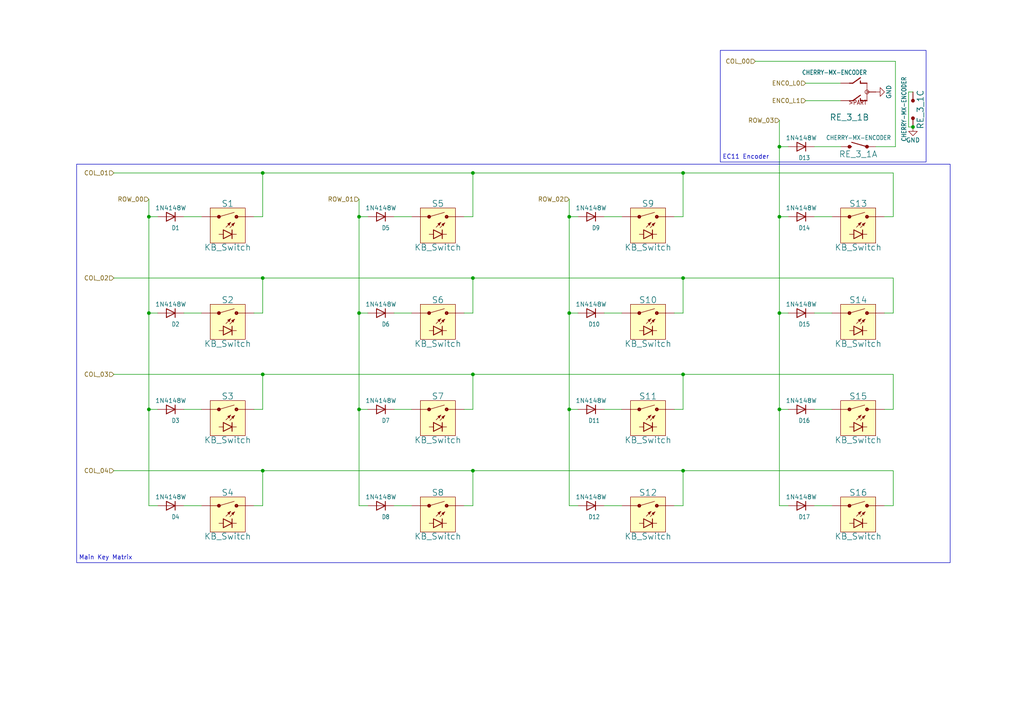
<source format=kicad_sch>
(kicad_sch (version 20231120) (generator "eeschema") (generator_version "8.0")
  (paper "A4")
  (title_block (title "Dumbpad Hotswap RP2040") (date "2024-02-13") (rev "4.0_RP2040") (comment 3 "Powered by QMK and RP2040") (comment 4 "Simple 4x4 macropads with single encoder") (comment 8 "Dumbpad, simple 4x4 macropads with single encoder"))
  (lib_symbols
    (symbol "Diode:1N4148W" (pin_numbers hide) (pin_names hide)
      (property "Reference" "D" (at 0 2.54 0))
      (property "Value" "1N4148W" (at 0 -2.54 0))
      (symbol "1N4148W_0_1"
        (polyline (pts (xy -1.27 1.27) (xy -1.27 -1.27)) (stroke (width 0.254)))
        (polyline (pts (xy 1.27 0) (xy -1.27 0)))
        (polyline (pts (xy 1.27 1.27) (xy 1.27 -1.27) (xy -1.27 0) (xy 1.27 1.27)) (stroke (width 0.254)))
      )
      (symbol "1N4148W_1_1"
        (pin passive line (at -3.81 0 0) (length 2.54) (name "K") (number "1"))
        (pin passive line (at 3.81 0 180) (length 2.54) (name "A") (number "2"))
      )
    )
    (symbol "dumbpad_symbols:CHERRY-MX-ENCODER"
      (property "Value" "CHERRY-MX-ENCODER" (at 6.35 0 90))
      (symbol "CHERRY-MX-ENCODER_1_0"
        (circle (center -2.54 0) (radius 0.127) (stroke (width 0.4064)))
        (polyline (pts (xy -2.54 0) (xy 1.905 1.27)) (stroke (width 0.254)))
        (polyline (pts (xy 1.905 0) (xy 2.54 0)) (stroke (width 0.254)))
        (circle (center 2.54 0) (radius 0.127) (stroke (width 0.4064)))
        (pin passive line (at -5.08 0 0) (length 2.54) (name "S1") (number "S1"))
        (pin passive line (at 5.08 0 180) (length 2.54) (name "S2") (number "S2"))
      )
      (symbol "CHERRY-MX-ENCODER_2_0"
        (polyline (pts (xy -2.54 0) (xy 2.54 0)) (stroke (width 0.1524)))
        (polyline (pts (xy -2.54 1.905) (xy -2.54 0)) (stroke (width 0.3048)))
        (polyline (pts (xy -2.54 4.1275) (xy -0.9525 1.905)) (stroke (width 0.3048)))
        (polyline (pts (xy -2.54 5.08) (xy -2.54 4.1275)) (stroke (width 0.3048)))
        (polyline (pts (xy -1.905 1.905) (xy -2.54 1.905)) (stroke (width 0.3048)))
        (polyline (pts (xy 2.54 1.905) (xy 2.54 0)) (stroke (width 0.3048)))
        (polyline (pts (xy 2.54 4.1275) (xy 4.1275 1.905)) (stroke (width 0.3048)))
        (polyline (pts (xy 2.54 5.08) (xy 2.54 4.1275)) (stroke (width 0.3048)))
        (polyline (pts (xy 3.175 1.905) (xy 2.54 1.905)) (stroke (width 0.3048)))
        (circle (center 0 0) (radius 0.5679))
        (text ">PART" (at -3.81 0 900) (effects (font (size 1.27 1.0795)) (justify left bottom)))
        (pin passive line (at -2.54 7.62 270) (length 2.54) (name "A") (number "A"))
        (pin passive line (at 2.54 7.62 270) (length 2.54) (name "B") (number "B"))
        (pin passive line (at 0 -2.54 90) (length 2.54) (name "C") (number "C"))
      )
      (symbol "CHERRY-MX-ENCODER_3_0"
        (circle (center -2.54 0) (radius 0.127) (stroke (width 0.4064)))
        (circle (center 2.54 0) (radius 0.127) (stroke (width 0.4064)))
        (pin passive line (at -5.08 0 0) (length 2.54) (name "MP") (number "MP"))
        (pin passive line (at 5.08 0 180) (length 2.54) (name "MP") (number "MP"))
      )
    )
    (symbol "dumbpad_symbols:KB_Switch-SPST-No_LED-PTH-CHERRY"
      (property "Reference" "S1" (at 0 5.334 0))
      (property "Value" "KB_Switch" (at 0 -5.334 0))
      (symbol "KB_Switch-SPST-No_LED-PTH-CHERRY_1_0"
        (circle (center -2.54 2.54) (radius 0.127) (stroke (width 0.4064)))
        (polyline (pts (xy -5.08 2.54) (xy -2.54 2.54)) (stroke (width 0.1524)))
        (polyline (pts (xy -2.54 -2.54) (xy -1.27 -2.54)) (stroke (width 0.1524)))
        (polyline (pts (xy -2.54 2.54) (xy 1.905 3.81)) (stroke (width 0.1524)))
        (polyline (pts (xy -1.27 -3.81) (xy -1.27 -2.54)) (stroke (width 0.254)))
        (polyline (pts (xy -1.27 -3.81) (xy 1.27 -2.54)) (stroke (width 0.254)))
        (polyline (pts (xy -1.27 -2.54) (xy -1.27 -1.27)) (stroke (width 0.254)))
        (polyline (pts (xy -0.508 -0.508) (xy 0.889 0.889)) (stroke (width 0.1524)))
        (polyline (pts (xy 0.635 -0.635) (xy 2.032 0.762)) (stroke (width 0.1524)))
        (polyline (pts (xy 1.27 -3.81) (xy 1.27 -2.54)) (stroke (width 0.254)))
        (polyline (pts (xy 1.27 -2.54) (xy -1.27 -1.27)) (stroke (width 0.254)))
        (polyline (pts (xy 1.27 -2.54) (xy 1.27 -1.27)) (stroke (width 0.254)))
        (polyline (pts (xy 1.27 -2.54) (xy 2.54 -2.54)) (stroke (width 0.1524)))
        (polyline (pts (xy 2.54 2.54) (xy 5.08 2.54)) (stroke (width 0.1524)))
        (polyline (pts (xy 0.889 0.889) (xy 0 0.508) (xy 0.508 0)) (fill (type outline)))
        (polyline (pts (xy 2.032 0.762) (xy 1.143 0.381) (xy 1.651 -0.127)) (fill (type outline)))
        (circle (center 2.54 2.54) (radius 0.127) (stroke (width 0.4064)))
        (pin passive line (at -7.62 2.54 0) (length 2.54) (name "1") (number "S1"))
        (pin passive line (at 7.62 2.54 180) (length 2.54) (name "2") (number "S2"))
      )
      (symbol "KB_Switch-SPST-No_LED-PTH-CHERRY_1_1"
        (rectangle (start -5.08 5.08) (end 5.08 -5.08) (fill (type background)))
      )
    )
    (symbol "power:GND" (power) (pin_names (offset 0))
      (property "Value" "GND" (at 0 -3.81 0))
      (symbol "GND_0_1"
        (polyline (pts (xy 0 0) (xy 0 -1.27) (xy 1.27 -1.27) (xy 0 -2.54) (xy -1.27 -1.27) (xy 0 -1.27)))
      )
      (symbol "GND_1_1"
        (pin power_in line (at 0 0 270) (length 0) hide (name "GND") (number "1"))
      )
    )
  )
  (junction (at 137.16 108.585))
  (junction (at 165.1 118.745))
  (junction (at 198.12 50.165))
  (junction (at 43.18 118.745))
  (junction (at 264.795 36.83))
  (junction (at 198.12 80.645))
  (junction (at 137.16 80.645))
  (junction (at 226.06 118.745))
  (junction (at 226.06 42.545))
  (junction (at 198.12 136.525))
  (junction (at 226.06 90.805))
  (junction (at 165.1 90.805))
  (junction (at 226.06 62.865))
  (junction (at 43.18 90.805))
  (junction (at 137.16 50.165))
  (junction (at 76.2 50.165))
  (junction (at 76.2 108.585))
  (junction (at 165.1 62.865))
  (junction (at 43.18 62.865))
  (junction (at 198.12 108.585))
  (junction (at 104.14 118.745))
  (junction (at 137.16 136.525))
  (junction (at 104.14 62.865))
  (junction (at 104.14 90.805))
  (junction (at 76.2 136.525))
  (junction (at 76.2 80.645))
  (wire (pts (xy 137.16 136.525) (xy 198.12 136.525)))
  (wire (pts (xy 137.16 90.805) (xy 137.16 80.645)))
  (wire (pts (xy 228.6 42.545) (xy 226.06 42.545)))
  (wire (pts (xy 259.715 17.78) (xy 219.075 17.78)))
  (wire (pts (xy 43.18 118.745) (xy 43.18 90.805)))
  (wire (pts (xy 104.14 118.745) (xy 104.14 90.805)))
  (wire (pts (xy 180.34 118.745) (xy 175.26 118.745)))
  (wire (pts (xy 53.34 62.865) (xy 58.42 62.865)))
  (wire (pts (xy 195.58 62.865) (xy 198.12 62.865)))
  (wire (pts (xy 76.2 50.165) (xy 137.16 50.165)))
  (wire (pts (xy 228.6 90.805) (xy 226.06 90.805)))
  (wire (pts (xy 256.54 118.745) (xy 259.08 118.745)))
  (wire (pts (xy 134.62 118.745) (xy 137.16 118.745)))
  (wire (pts (xy 259.715 17.78) (xy 259.715 42.545)))
  (wire (pts (xy 254 42.545) (xy 259.715 42.545)))
  (wire (pts (xy 167.64 62.865) (xy 165.1 62.865)))
  (wire (pts (xy 195.58 118.745) (xy 198.12 118.745)))
  (wire (pts (xy 243.84 42.545) (xy 236.22 42.545)))
  (wire (pts (xy 134.62 62.865) (xy 137.16 62.865)))
  (wire (pts (xy 137.16 80.645) (xy 198.12 80.645)))
  (wire (pts (xy 198.12 50.165) (xy 259.08 50.165)))
  (wire (pts (xy 226.06 118.745) (xy 226.06 90.805)))
  (wire (pts (xy 33.02 136.525) (xy 76.2 136.525)))
  (wire (pts (xy 243.84 24.13) (xy 233.68 24.13)))
  (wire (pts (xy 104.14 90.805) (xy 104.14 62.865)))
  (wire (pts (xy 226.06 62.865) (xy 226.06 42.545)))
  (wire (pts (xy 45.72 90.805) (xy 43.18 90.805)))
  (wire (pts (xy 76.2 108.585) (xy 33.02 108.585)))
  (wire (pts (xy 45.72 146.685) (xy 43.18 146.685)))
  (wire (pts (xy 226.06 90.805) (xy 226.06 62.865)))
  (wire (pts (xy 167.64 146.685) (xy 165.1 146.685)))
  (wire (pts (xy 165.1 118.745) (xy 165.1 90.805)))
  (wire (pts (xy 76.2 146.685) (xy 76.2 136.525)))
  (wire (pts (xy 137.16 146.685) (xy 137.16 136.525)))
  (wire (pts (xy 228.6 62.865) (xy 226.06 62.865)))
  (wire (pts (xy 104.14 62.865) (xy 104.14 57.785)))
  (wire (pts (xy 33.02 50.165) (xy 76.2 50.165)))
  (wire (pts (xy 259.08 80.645) (xy 259.08 90.805)))
  (wire (pts (xy 106.68 90.805) (xy 104.14 90.805)))
  (wire (pts (xy 228.6 146.685) (xy 226.06 146.685)))
  (wire (pts (xy 76.2 62.865) (xy 76.2 50.165)))
  (wire (pts (xy 198.12 118.745) (xy 198.12 108.585)))
  (wire (pts (xy 137.16 62.865) (xy 137.16 50.165)))
  (wire (pts (xy 228.6 118.745) (xy 226.06 118.745)))
  (wire (pts (xy 198.12 136.525) (xy 259.08 136.525)))
  (wire (pts (xy 195.58 146.685) (xy 198.12 146.685)))
  (wire (pts (xy 263.525 36.83) (xy 264.795 36.83)))
  (wire (pts (xy 198.12 80.645) (xy 259.08 80.645)))
  (wire (pts (xy 137.16 108.585) (xy 76.2 108.585)))
  (wire (pts (xy 165.1 90.805) (xy 165.1 62.865)))
  (wire (pts (xy 45.72 62.865) (xy 43.18 62.865)))
  (wire (pts (xy 119.38 146.685) (xy 114.3 146.685)))
  (wire (pts (xy 241.3 118.745) (xy 236.22 118.745)))
  (wire (pts (xy 76.2 90.805) (xy 76.2 80.645)))
  (wire (pts (xy 73.66 146.685) (xy 76.2 146.685)))
  (wire (pts (xy 180.34 62.865) (xy 175.26 62.865)))
  (wire (pts (xy 58.42 90.805) (xy 53.34 90.805)))
  (wire (pts (xy 259.08 108.585) (xy 198.12 108.585)))
  (wire (pts (xy 43.18 146.685) (xy 43.18 118.745)))
  (wire (pts (xy 134.62 90.805) (xy 137.16 90.805)))
  (wire (pts (xy 259.08 50.165) (xy 259.08 62.865)))
  (wire (pts (xy 58.42 118.745) (xy 53.34 118.745)))
  (wire (pts (xy 137.16 118.745) (xy 137.16 108.585)))
  (wire (pts (xy 198.12 108.585) (xy 137.16 108.585)))
  (wire (pts (xy 226.06 42.545) (xy 226.06 34.925)))
  (wire (pts (xy 119.38 62.865) (xy 114.3 62.865)))
  (wire (pts (xy 76.2 118.745) (xy 76.2 108.585)))
  (wire (pts (xy 198.12 62.865) (xy 198.12 50.165)))
  (wire (pts (xy 165.1 62.865) (xy 165.1 57.785)))
  (wire (pts (xy 259.08 62.865) (xy 256.54 62.865)))
  (wire (pts (xy 259.08 136.525) (xy 259.08 146.685)))
  (wire (pts (xy 256.54 146.685) (xy 259.08 146.685)))
  (wire (pts (xy 236.22 146.685) (xy 241.3 146.685)))
  (wire (pts (xy 106.68 146.685) (xy 104.14 146.685)))
  (wire (pts (xy 104.14 146.685) (xy 104.14 118.745)))
  (wire (pts (xy 165.1 146.685) (xy 165.1 118.745)))
  (wire (pts (xy 53.34 146.685) (xy 58.42 146.685)))
  (wire (pts (xy 180.34 146.685) (xy 175.26 146.685)))
  (wire (pts (xy 119.38 90.805) (xy 114.3 90.805)))
  (wire (pts (xy 119.38 118.745) (xy 114.3 118.745)))
  (wire (pts (xy 167.64 90.805) (xy 165.1 90.805)))
  (wire (pts (xy 134.62 146.685) (xy 137.16 146.685)))
  (wire (pts (xy 45.72 118.745) (xy 43.18 118.745)))
  (wire (pts (xy 259.08 118.745) (xy 259.08 108.585)))
  (wire (pts (xy 76.2 136.525) (xy 137.16 136.525)))
  (wire (pts (xy 106.68 62.865) (xy 104.14 62.865)))
  (wire (pts (xy 259.08 90.805) (xy 256.54 90.805)))
  (wire (pts (xy 263.525 26.67) (xy 263.525 36.83)))
  (wire (pts (xy 180.34 90.805) (xy 175.26 90.805)))
  (wire (pts (xy 73.66 62.865) (xy 76.2 62.865)))
  (wire (pts (xy 43.18 57.785) (xy 43.18 62.865)))
  (wire (pts (xy 236.22 62.865) (xy 241.3 62.865)))
  (wire (pts (xy 43.18 90.805) (xy 43.18 62.865)))
  (wire (pts (xy 106.68 118.745) (xy 104.14 118.745)))
  (wire (pts (xy 167.64 118.745) (xy 165.1 118.745)))
  (wire (pts (xy 33.02 80.645) (xy 76.2 80.645)))
  (wire (pts (xy 264.795 26.67) (xy 263.525 26.67)))
  (wire (pts (xy 73.66 90.805) (xy 76.2 90.805)))
  (wire (pts (xy 73.66 118.745) (xy 76.2 118.745)))
  (wire (pts (xy 243.84 29.21) (xy 233.68 29.21)))
  (wire (pts (xy 195.58 90.805) (xy 198.12 90.805)))
  (wire (pts (xy 76.2 80.645) (xy 137.16 80.645)))
  (wire (pts (xy 137.16 50.165) (xy 198.12 50.165)))
  (wire (pts (xy 226.06 146.685) (xy 226.06 118.745)))
  (wire (pts (xy 241.3 90.805) (xy 236.22 90.805)))
  (wire (pts (xy 198.12 146.685) (xy 198.12 136.525)))
  (wire (pts (xy 198.12 90.805) (xy 198.12 80.645)))
  (rectangle (start 208.915 14.605) (end 268.605 46.99))
  (rectangle (start 22.225 47.625) (end 275.59 163.195))
  (text "Main Key Matrix" (at 22.86 162.56 0) (effects (font (size 1.27 1.27)) (justify left bottom)))
  (text "EC11 Encoder" (at 209.55 46.355 0) (effects (font (size 1.27 1.27)) (justify left bottom)))
  (hierarchical_label "ROW_01" (shape input) (at 104.14 57.785 180))
  (hierarchical_label "ROW_02" (shape input) (at 165.1 57.785 180))
  (hierarchical_label "COL_02" (shape input) (at 33.02 80.645 180))
  (hierarchical_label "COL_00" (shape input) (at 219.075 17.78 180))
  (hierarchical_label "ENC0_L1" (shape input) (at 233.68 29.21 180))
  (hierarchical_label "COL_04" (shape input) (at 33.02 136.525 180))
  (hierarchical_label "COL_01" (shape input) (at 33.02 50.165 180))
  (hierarchical_label "ROW_00" (shape input) (at 43.18 57.785 180))
  (hierarchical_label "ROW_03" (shape input) (at 226.06 34.925 180))
  (hierarchical_label "ENC0_L0" (shape input) (at 233.68 24.13 180))
  (hierarchical_label "COL_03" (shape input) (at 33.02 108.585 180))
  (symbol (lib_id "power:GND") (at 264.795 36.83 0) (unit 1)
    (property "Reference" "#GND0301" (effects (hide yes)))
    (property "Value" "GND" (at 264.795 40.64 0))
    (property "Footprint" "dumbpad:" (effects (hide yes)))
  )
  (symbol (lib_id "dumbpad_symbols:KB_Switch-SPST-No_LED-PTH-CHERRY") (at 248.92 149.225 0) (unit 1)
    (property "Reference" "S16" (at 248.92 143.891 0) (effects (font (size 1.778 1.778)) (justify bottom)))
    (property "Value" "KB_Switch" (at 248.92 154.559 0) (effects (font (size 1.778 1.778)) (justify top)))
    (property "Footprint" "dumbpad:Kailh-CPG151101S11_MX_Socket-1.00u" (effects (hide yes)))
  )
  (symbol (lib_id "dumbpad_symbols:KB_Switch-SPST-No_LED-PTH-CHERRY") (at 66.04 121.285 0) (unit 1)
    (property "Reference" "S3" (at 66.04 115.951 0) (effects (font (size 1.778 1.778)) (justify bottom)))
    (property "Value" "KB_Switch" (at 66.04 126.619 0) (effects (font (size 1.778 1.778)) (justify top)))
    (property "Footprint" "dumbpad:Kailh-CPG151101S11_MX_Socket-1.00u" (effects (hide yes)))
  )
  (symbol (lib_id "dumbpad_symbols:KB_Switch-SPST-No_LED-PTH-CHERRY") (at 127 65.405 0) (unit 1)
    (property "Reference" "S5" (at 127 60.071 0) (effects (font (size 1.778 1.778)) (justify bottom)))
    (property "Value" "KB_Switch" (at 127 70.739 0) (effects (font (size 1.778 1.778)) (justify top)))
    (property "Footprint" "dumbpad:Kailh-CPG151101S11_MX_Socket-1.00u" (effects (hide yes)))
  )
  (symbol (lib_id "Diode:1N4148W") (at 110.49 90.805 180) (unit 1)
    (property "Reference" "D6" (at 113.03 93.345 0) (effects (font (size 1.27 1.0795)) (justify left bottom)))
    (property "Value" "1N4148W" (at 110.49 88.265 0))
    (property "Footprint" "Diode_SMD:D_SOD-123" (effects (hide yes)))
    (property "Datasheet" "https://www.vishay.com/docs/85748/1n4148w.pdf" (effects (hide yes)))
    (property "Sim.Device" "D" (effects (hide yes)))
    (property "Sim.Pins" "1=K 2=A" (effects (hide yes)))
  )
  (symbol (lib_id "dumbpad_symbols:CHERRY-MX-ENCODER") (at 251.46 26.67 90) (unit 2)
    (property "Reference" "RE_3_1" (at 246.38 33.02 90) (effects (font (size 1.778 1.778)) (justify bottom)))
    (property "Value" "CHERRY-MX-ENCODER" (at 251.46 20.32 90) (effects (font (size 1.27 1.0795)) (justify left bottom)))
    (property "Footprint" "dumbpad:RotaryEncoder_Alps_EC11E-Switch_Vertical_H20mm" (effects (hide yes)))
  )
  (symbol (lib_id "Diode:1N4148W") (at 49.53 90.805 180) (unit 1)
    (property "Reference" "D2" (at 52.07 93.345 0) (effects (font (size 1.27 1.0795)) (justify left bottom)))
    (property "Value" "1N4148W" (at 49.53 88.265 0))
    (property "Footprint" "Diode_SMD:D_SOD-123" (effects (hide yes)))
    (property "Datasheet" "https://www.vishay.com/docs/85748/1n4148w.pdf" (effects (hide yes)))
    (property "Sim.Device" "D" (effects (hide yes)))
    (property "Sim.Pins" "1=K 2=A" (effects (hide yes)))
  )
  (symbol (lib_id "Diode:1N4148W") (at 232.41 90.805 180) (unit 1)
    (property "Reference" "D15" (at 234.95 93.345 0) (effects (font (size 1.27 1.0795)) (justify left bottom)))
    (property "Value" "1N4148W" (at 232.41 88.265 0))
    (property "Footprint" "Diode_SMD:D_SOD-123" (effects (hide yes)))
    (property "Datasheet" "https://www.vishay.com/docs/85748/1n4148w.pdf" (effects (hide yes)))
    (property "Sim.Device" "D" (effects (hide yes)))
    (property "Sim.Pins" "1=K 2=A" (effects (hide yes)))
  )
  (symbol (lib_id "dumbpad_symbols:KB_Switch-SPST-No_LED-PTH-CHERRY") (at 187.96 65.405 0) (unit 1)
    (property "Reference" "S9" (at 187.96 60.071 0) (effects (font (size 1.778 1.778)) (justify bottom)))
    (property "Value" "KB_Switch" (at 187.96 70.739 0) (effects (font (size 1.778 1.778)) (justify top)))
    (property "Footprint" "dumbpad:Kailh-CPG151101S11_MX_Socket-1.00u" (effects (hide yes)))
  )
  (symbol (lib_id "dumbpad_symbols:KB_Switch-SPST-No_LED-PTH-CHERRY") (at 248.92 93.345 0) (unit 1)
    (property "Reference" "S14" (at 248.92 88.011 0) (effects (font (size 1.778 1.778)) (justify bottom)))
    (property "Value" "KB_Switch" (at 248.92 98.679 0) (effects (font (size 1.778 1.778)) (justify top)))
    (property "Footprint" "dumbpad:Kailh-CPG151101S11_MX_Socket-1.00u" (effects (hide yes)))
  )
  (symbol (lib_id "power:GND") (at 254 26.67 90) (unit 1)
    (property "Reference" "#GND06" (effects (hide yes)))
    (property "Value" "GND" (at 257.81 26.67 0))
    (property "Footprint" "dumbpad:" (effects (hide yes)))
  )
  (symbol (lib_id "dumbpad_symbols:KB_Switch-SPST-No_LED-PTH-CHERRY") (at 248.92 65.405 0) (unit 1)
    (property "Reference" "S13" (at 248.92 60.071 0) (effects (font (size 1.778 1.778)) (justify bottom)))
    (property "Value" "KB_Switch" (at 248.92 70.739 0) (effects (font (size 1.778 1.778)) (justify top)))
    (property "Footprint" "dumbpad:Kailh-CPG151101S11_MX_Socket-1.00u" (effects (hide yes)))
  )
  (symbol (lib_id "Diode:1N4148W") (at 232.41 146.685 180) (unit 1)
    (property "Reference" "D17" (at 234.95 149.225 0) (effects (font (size 1.27 1.0795)) (justify left bottom)))
    (property "Value" "1N4148W" (at 232.41 144.145 0))
    (property "Footprint" "Diode_SMD:D_SOD-123" (effects (hide yes)))
    (property "Datasheet" "https://www.vishay.com/docs/85748/1n4148w.pdf" (effects (hide yes)))
    (property "Sim.Device" "D" (effects (hide yes)))
    (property "Sim.Pins" "1=K 2=A" (effects (hide yes)))
  )
  (symbol (lib_id "dumbpad_symbols:KB_Switch-SPST-No_LED-PTH-CHERRY") (at 127 93.345 0) (unit 1)
    (property "Reference" "S6" (at 127 88.011 0) (effects (font (size 1.778 1.778)) (justify bottom)))
    (property "Value" "KB_Switch" (at 127 98.679 0) (effects (font (size 1.778 1.778)) (justify top)))
    (property "Footprint" "dumbpad:Kailh-CPG151101S11_MX_Socket-1.00u" (effects (hide yes)))
  )
  (symbol (lib_id "dumbpad_symbols:CHERRY-MX-ENCODER") (at 248.92 42.545 0) (mirror y) (unit 1)
    (property "Reference" "RE_3_1" (at 248.92 45.72 0) (effects (font (size 1.778 1.778)) (justify bottom)))
    (property "Value" "CHERRY-MX-ENCODER" (at 258.445 40.64 0) (effects (font (size 1.27 1.0795)) (justify left bottom)))
    (property "Footprint" "dumbpad:RotaryEncoder_Alps_EC11E-Switch_Vertical_H20mm" (effects (hide yes)))
  )
  (symbol (lib_id "dumbpad_symbols:KB_Switch-SPST-No_LED-PTH-CHERRY") (at 248.92 121.285 0) (unit 1)
    (property "Reference" "S15" (at 248.92 115.951 0) (effects (font (size 1.778 1.778)) (justify bottom)))
    (property "Value" "KB_Switch" (at 248.92 126.619 0) (effects (font (size 1.778 1.778)) (justify top)))
    (property "Footprint" "dumbpad:Kailh-CPG151101S11_MX_Socket-1.00u" (effects (hide yes)))
  )
  (symbol (lib_id "Diode:1N4148W") (at 171.45 146.685 180) (unit 1)
    (property "Reference" "D12" (at 173.99 149.225 0) (effects (font (size 1.27 1.0795)) (justify left bottom)))
    (property "Value" "1N4148W" (at 171.45 144.145 0))
    (property "Footprint" "Diode_SMD:D_SOD-123" (effects (hide yes)))
    (property "Datasheet" "https://www.vishay.com/docs/85748/1n4148w.pdf" (effects (hide yes)))
    (property "Sim.Device" "D" (effects (hide yes)))
    (property "Sim.Pins" "1=K 2=A" (effects (hide yes)))
  )
  (symbol (lib_id "dumbpad_symbols:KB_Switch-SPST-No_LED-PTH-CHERRY") (at 66.04 65.405 0) (unit 1)
    (property "Reference" "S1" (at 66.04 60.071 0) (effects (font (size 1.778 1.778)) (justify bottom)))
    (property "Value" "KB_Switch" (at 66.04 70.739 0) (effects (font (size 1.778 1.778)) (justify top)))
    (property "Footprint" "dumbpad:Kailh-CPG151101S11_MX_Socket-1.00u" (effects (hide yes)))
  )
  (symbol (lib_id "Diode:1N4148W") (at 49.53 146.685 180) (unit 1)
    (property "Reference" "D4" (at 52.07 149.225 0) (effects (font (size 1.27 1.0795)) (justify left bottom)))
    (property "Value" "1N4148W" (at 49.53 144.145 0))
    (property "Footprint" "Diode_SMD:D_SOD-123" (effects (hide yes)))
    (property "Datasheet" "https://www.vishay.com/docs/85748/1n4148w.pdf" (effects (hide yes)))
    (property "Sim.Device" "D" (effects (hide yes)))
    (property "Sim.Pins" "1=K 2=A" (effects (hide yes)))
  )
  (symbol (lib_id "dumbpad_symbols:KB_Switch-SPST-No_LED-PTH-CHERRY") (at 187.96 149.225 0) (unit 1)
    (property "Reference" "S12" (at 187.96 143.891 0) (effects (font (size 1.778 1.778)) (justify bottom)))
    (property "Value" "KB_Switch" (at 187.96 154.559 0) (effects (font (size 1.778 1.778)) (justify top)))
    (property "Footprint" "dumbpad:Kailh-CPG151101S11_MX_Socket-1.00u" (effects (hide yes)))
  )
  (symbol (lib_id "dumbpad_symbols:KB_Switch-SPST-No_LED-PTH-CHERRY") (at 127 149.225 0) (unit 1)
    (property "Reference" "S8" (at 127 143.891 0) (effects (font (size 1.778 1.778)) (justify bottom)))
    (property "Value" "KB_Switch" (at 127 154.559 0) (effects (font (size 1.778 1.778)) (justify top)))
    (property "Footprint" "dumbpad:Kailh-CPG151101S11_MX_Socket-1.00u" (effects (hide yes)))
  )
  (symbol (lib_id "dumbpad_symbols:KB_Switch-SPST-No_LED-PTH-CHERRY") (at 127 121.285 0) (unit 1)
    (property "Reference" "S7" (at 127 115.951 0) (effects (font (size 1.778 1.778)) (justify bottom)))
    (property "Value" "KB_Switch" (at 127 126.619 0) (effects (font (size 1.778 1.778)) (justify top)))
    (property "Footprint" "dumbpad:Kailh-CPG151101S11_MX_Socket-1.00u" (effects (hide yes)))
  )
  (symbol (lib_id "Diode:1N4148W") (at 110.49 62.865 180) (unit 1)
    (property "Reference" "D5" (at 113.03 65.405 0) (effects (font (size 1.27 1.0795)) (justify left bottom)))
    (property "Value" "1N4148W" (at 110.49 60.325 0))
    (property "Footprint" "Diode_SMD:D_SOD-123" (effects (hide yes)))
    (property "Datasheet" "https://www.vishay.com/docs/85748/1n4148w.pdf" (effects (hide yes)))
    (property "Sim.Device" "D" (effects (hide yes)))
    (property "Sim.Pins" "1=K 2=A" (effects (hide yes)))
  )
  (symbol (lib_id "dumbpad_symbols:KB_Switch-SPST-No_LED-PTH-CHERRY") (at 66.04 93.345 0) (unit 1)
    (property "Reference" "S2" (at 66.04 88.011 0) (effects (font (size 1.778 1.778)) (justify bottom)))
    (property "Value" "KB_Switch" (at 66.04 98.679 0) (effects (font (size 1.778 1.778)) (justify top)))
    (property "Footprint" "dumbpad:Kailh-CPG151101S11_MX_Socket-1.00u" (effects (hide yes)))
  )
  (symbol (lib_id "Diode:1N4148W") (at 110.49 118.745 180) (unit 1)
    (property "Reference" "D7" (at 113.03 121.285 0) (effects (font (size 1.27 1.0795)) (justify left bottom)))
    (property "Value" "1N4148W" (at 110.49 116.205 0))
    (property "Footprint" "Diode_SMD:D_SOD-123" (effects (hide yes)))
    (property "Datasheet" "https://www.vishay.com/docs/85748/1n4148w.pdf" (effects (hide yes)))
    (property "Sim.Device" "D" (effects (hide yes)))
    (property "Sim.Pins" "1=K 2=A" (effects (hide yes)))
  )
  (symbol (lib_id "Diode:1N4148W") (at 49.53 118.745 180) (unit 1)
    (property "Reference" "D3" (at 52.07 121.285 0) (effects (font (size 1.27 1.0795)) (justify left bottom)))
    (property "Value" "1N4148W" (at 49.53 116.205 0))
    (property "Footprint" "Diode_SMD:D_SOD-123" (effects (hide yes)))
    (property "Datasheet" "https://www.vishay.com/docs/85748/1n4148w.pdf" (effects (hide yes)))
    (property "Sim.Device" "D" (effects (hide yes)))
    (property "Sim.Pins" "1=K 2=A" (effects (hide yes)))
  )
  (symbol (lib_id "dumbpad_symbols:KB_Switch-SPST-No_LED-PTH-CHERRY") (at 187.96 121.285 0) (unit 1)
    (property "Reference" "S11" (at 187.96 115.951 0) (effects (font (size 1.778 1.778)) (justify bottom)))
    (property "Value" "KB_Switch" (at 187.96 126.619 0) (effects (font (size 1.778 1.778)) (justify top)))
    (property "Footprint" "dumbpad:Kailh-CPG151101S11_MX_Socket-1.00u" (effects (hide yes)))
  )
  (symbol (lib_id "dumbpad_symbols:KB_Switch-SPST-No_LED-PTH-CHERRY") (at 187.96 93.345 0) (unit 1)
    (property "Reference" "S10" (at 187.96 88.011 0) (effects (font (size 1.778 1.778)) (justify bottom)))
    (property "Value" "KB_Switch" (at 187.96 98.679 0) (effects (font (size 1.778 1.778)) (justify top)))
    (property "Footprint" "dumbpad:Kailh-CPG151101S11_MX_Socket-1.00u" (effects (hide yes)))
  )
  (symbol (lib_id "Diode:1N4148W") (at 171.45 90.805 180) (unit 1)
    (property "Reference" "D10" (at 173.99 93.345 0) (effects (font (size 1.27 1.0795)) (justify left bottom)))
    (property "Value" "1N4148W" (at 171.45 88.265 0))
    (property "Footprint" "Diode_SMD:D_SOD-123" (effects (hide yes)))
    (property "Datasheet" "https://www.vishay.com/docs/85748/1n4148w.pdf" (effects (hide yes)))
    (property "Sim.Device" "D" (effects (hide yes)))
    (property "Sim.Pins" "1=K 2=A" (effects (hide yes)))
  )
  (symbol (lib_id "dumbpad_symbols:CHERRY-MX-ENCODER") (at 264.795 31.75 90) (mirror x) (unit 3)
    (property "Reference" "RE_3_1" (at 267.97 31.75 0) (effects (font (size 1.778 1.778)) (justify bottom)))
    (property "Value" "CHERRY-MX-ENCODER" (at 262.89 22.225 0) (effects (font (size 1.27 1.0795)) (justify left bottom)))
    (property "Footprint" "dumbpad:RotaryEncoder_Alps_EC11E-Switch_Vertical_H20mm" (effects (hide yes)))
  )
  (symbol (lib_id "Diode:1N4148W") (at 49.53 62.865 180) (unit 1)
    (property "Reference" "D1" (at 52.07 65.405 0) (effects (font (size 1.27 1.0795)) (justify left bottom)))
    (property "Value" "1N4148W" (at 49.53 60.325 0))
    (property "Footprint" "Diode_SMD:D_SOD-123" (effects (hide yes)))
    (property "Datasheet" "https://www.vishay.com/docs/85748/1n4148w.pdf" (effects (hide yes)))
    (property "Sim.Device" "D" (effects (hide yes)))
    (property "Sim.Pins" "1=K 2=A" (effects (hide yes)))
  )
  (symbol (lib_id "Diode:1N4148W") (at 171.45 118.745 180) (unit 1)
    (property "Reference" "D11" (at 173.99 121.285 0) (effects (font (size 1.27 1.0795)) (justify left bottom)))
    (property "Value" "1N4148W" (at 171.45 116.205 0))
    (property "Footprint" "Diode_SMD:D_SOD-123" (effects (hide yes)))
    (property "Datasheet" "https://www.vishay.com/docs/85748/1n4148w.pdf" (effects (hide yes)))
    (property "Sim.Device" "D" (effects (hide yes)))
    (property "Sim.Pins" "1=K 2=A" (effects (hide yes)))
  )
  (symbol (lib_id "Diode:1N4148W") (at 171.45 62.865 180) (unit 1)
    (property "Reference" "D9" (at 173.99 65.405 0) (effects (font (size 1.27 1.0795)) (justify left bottom)))
    (property "Value" "1N4148W" (at 171.45 60.325 0))
    (property "Footprint" "Diode_SMD:D_SOD-123" (effects (hide yes)))
    (property "Datasheet" "https://www.vishay.com/docs/85748/1n4148w.pdf" (effects (hide yes)))
    (property "Sim.Device" "D" (effects (hide yes)))
    (property "Sim.Pins" "1=K 2=A" (effects (hide yes)))
  )
  (symbol (lib_id "Diode:1N4148W") (at 232.41 118.745 180) (unit 1)
    (property "Reference" "D16" (at 234.95 121.285 0) (effects (font (size 1.27 1.0795)) (justify left bottom)))
    (property "Value" "1N4148W" (at 232.41 116.205 0))
    (property "Footprint" "Diode_SMD:D_SOD-123" (effects (hide yes)))
    (property "Datasheet" "https://www.vishay.com/docs/85748/1n4148w.pdf" (effects (hide yes)))
    (property "Sim.Device" "D" (effects (hide yes)))
    (property "Sim.Pins" "1=K 2=A" (effects (hide yes)))
  )
  (symbol (lib_id "Diode:1N4148W") (at 232.41 62.865 180) (unit 1)
    (property "Reference" "D14" (at 234.95 65.405 0) (effects (font (size 1.27 1.0795)) (justify left bottom)))
    (property "Value" "1N4148W" (at 232.41 60.325 0))
    (property "Footprint" "Diode_SMD:D_SOD-123" (effects (hide yes)))
    (property "Datasheet" "https://www.vishay.com/docs/85748/1n4148w.pdf" (effects (hide yes)))
    (property "Sim.Device" "D" (effects (hide yes)))
    (property "Sim.Pins" "1=K 2=A" (effects (hide yes)))
  )
  (symbol (lib_id "Diode:1N4148W") (at 232.41 42.545 180) (unit 1)
    (property "Reference" "D13" (at 234.95 45.085 0) (effects (font (size 1.27 1.0795)) (justify left bottom)))
    (property "Value" "1N4148W" (at 232.41 40.005 0))
    (property "Footprint" "Diode_SMD:D_SOD-123" (effects (hide yes)))
    (property "Datasheet" "https://www.vishay.com/docs/85748/1n4148w.pdf" (effects (hide yes)))
    (property "Sim.Device" "D" (effects (hide yes)))
    (property "Sim.Pins" "1=K 2=A" (effects (hide yes)))
  )
  (symbol (lib_id "dumbpad_symbols:KB_Switch-SPST-No_LED-PTH-CHERRY") (at 66.04 149.225 0) (unit 1)
    (property "Reference" "S4" (at 66.04 143.891 0) (effects (font (size 1.778 1.778)) (justify bottom)))
    (property "Value" "KB_Switch" (at 66.04 154.559 0) (effects (font (size 1.778 1.778)) (justify top)))
    (property "Footprint" "dumbpad:Kailh-CPG151101S11_MX_Socket-1.00u" (effects (hide yes)))
  )
  (symbol (lib_id "Diode:1N4148W") (at 110.49 146.685 180) (unit 1)
    (property "Reference" "D8" (at 113.03 149.225 0) (effects (font (size 1.27 1.0795)) (justify left bottom)))
    (property "Value" "1N4148W" (at 110.49 144.145 0))
    (property "Footprint" "Diode_SMD:D_SOD-123" (effects (hide yes)))
    (property "Datasheet" "https://www.vishay.com/docs/85748/1n4148w.pdf" (effects (hide yes)))
    (property "Sim.Device" "D" (effects (hide yes)))
    (property "Sim.Pins" "1=K 2=A" (effects (hide yes)))
  )
)
</source>
